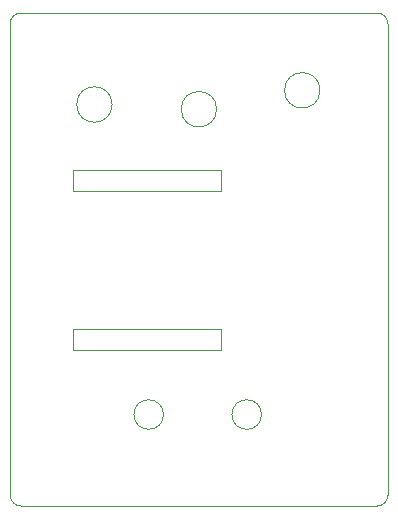
<source format=gbr>
%TF.GenerationSoftware,KiCad,Pcbnew,(6.0.9)*%
%TF.CreationDate,2023-08-06T12:59:46+02:00*%
%TF.ProjectId,Vectrex_Lightpen_2,56656374-7265-4785-9f4c-696768747065,rev?*%
%TF.SameCoordinates,Original*%
%TF.FileFunction,Profile,NP*%
%FSLAX46Y46*%
G04 Gerber Fmt 4.6, Leading zero omitted, Abs format (unit mm)*
G04 Created by KiCad (PCBNEW (6.0.9)) date 2023-08-06 12:59:46*
%MOMM*%
%LPD*%
G01*
G04 APERTURE LIST*
%TA.AperFunction,Profile*%
%ADD10C,0.100000*%
%TD*%
%TA.AperFunction,Profile*%
%ADD11C,0.120000*%
%TD*%
G04 APERTURE END LIST*
D10*
X159747832Y-101833432D02*
X159747832Y-61916568D01*
X145250000Y-69150000D02*
G75*
G03*
X145250000Y-69150000I-1500000J0D01*
G01*
X158833432Y-61002168D02*
X128676568Y-61002168D01*
X127779968Y-101833432D02*
G75*
G03*
X128694400Y-102747832I914432J32D01*
G01*
X158833432Y-102747832D02*
G75*
G03*
X159747832Y-101833432I-32J914432D01*
G01*
X128694400Y-102747832D02*
X158833432Y-102747832D01*
X159747832Y-61916568D02*
G75*
G03*
X158833432Y-61002168I-914432J-32D01*
G01*
X149050000Y-95000000D02*
G75*
G03*
X149050000Y-95000000I-1250000J0D01*
G01*
X127762168Y-61916568D02*
X127780000Y-101833432D01*
X140750000Y-95000000D02*
G75*
G03*
X140750000Y-95000000I-1250000J0D01*
G01*
X154000000Y-67550000D02*
G75*
G03*
X154000000Y-67550000I-1500000J0D01*
G01*
X136400000Y-68750000D02*
G75*
G03*
X136400000Y-68750000I-1500000J0D01*
G01*
X128676568Y-61002168D02*
G75*
G03*
X127762168Y-61916568I32J-914432D01*
G01*
D11*
%TO.C,J1*%
X145592800Y-74295000D02*
X133096000Y-74295000D01*
X133096000Y-87718900D02*
X133096000Y-89522300D01*
X133096000Y-89522300D02*
X145592800Y-89522300D01*
X145592800Y-74295000D02*
X145592800Y-76098400D01*
X133096000Y-76098400D02*
X145592800Y-76098400D01*
X145592800Y-87718900D02*
X145592800Y-89522300D01*
X133096000Y-74295000D02*
X133096000Y-76098400D01*
X145592800Y-87718900D02*
X133096000Y-87718900D01*
%TD*%
M02*

</source>
